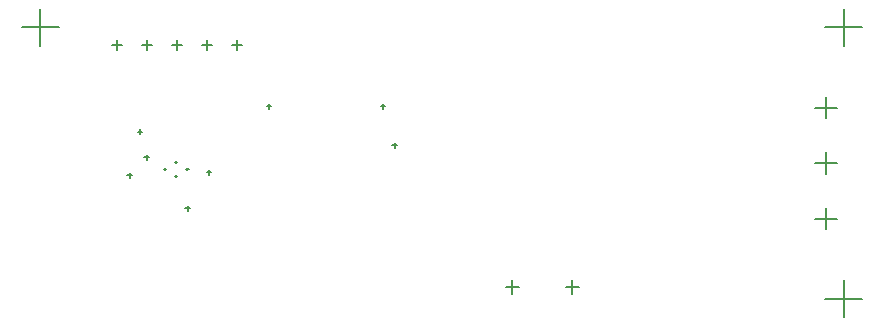
<source format=gbr>
%TF.GenerationSoftware,Altium Limited,Altium Designer,24.0.1 (36)*%
G04 Layer_Color=128*
%FSLAX45Y45*%
%MOMM*%
%TF.SameCoordinates,B6A77970-8F51-4162-B198-D5255F9352F6*%
%TF.FilePolarity,Positive*%
%TF.FileFunction,Drillmap*%
%TF.Part,Single*%
G01*
G75*
%TA.AperFunction,NonConductor*%
%ADD38C,0.12700*%
D38*
X6907500Y1970000D02*
X7092500D01*
X7000000Y1877500D02*
Y2062500D01*
X6907500Y1500000D02*
X7092500D01*
X7000000Y1407500D02*
Y1592500D01*
X6907500Y1030000D02*
X7092500D01*
X7000000Y937500D02*
Y1122500D01*
X1395000Y1450000D02*
X1415000D01*
X1405000Y1440000D02*
Y1460000D01*
X1490000Y1507500D02*
X1510000D01*
X1500000Y1497500D02*
Y1517500D01*
X1490000Y1392500D02*
X1510000D01*
X1500000Y1382500D02*
Y1402500D01*
X1585000Y1450000D02*
X1605000D01*
X1595000Y1440000D02*
Y1460000D01*
X4288500Y450000D02*
X4403500D01*
X4346000Y392500D02*
Y507500D01*
X4796500Y450000D02*
X4911500D01*
X4854000Y392500D02*
Y507500D01*
X192500Y2650000D02*
X507500D01*
X350000Y2492500D02*
Y2807500D01*
X6992500Y350000D02*
X7307500D01*
X7150000Y192500D02*
Y507500D01*
X6992500Y2650000D02*
X7307500D01*
X7150000Y2492500D02*
Y2807500D01*
X957500Y2500000D02*
X1042500D01*
X1000000Y2457500D02*
Y2542500D01*
X1973500Y2500000D02*
X2058500D01*
X2016000Y2457500D02*
Y2542500D01*
X1719500Y2500000D02*
X1804500D01*
X1762000Y2457500D02*
Y2542500D01*
X1465500Y2500000D02*
X1550500D01*
X1508000Y2457500D02*
Y2542500D01*
X1211500Y2500000D02*
X1296500D01*
X1254000Y2457500D02*
Y2542500D01*
X1173800Y1765300D02*
X1213800D01*
X1193800Y1745300D02*
Y1785300D01*
X1084900Y1397000D02*
X1124900D01*
X1104900Y1377000D02*
Y1417000D01*
X1758000Y1422400D02*
X1798000D01*
X1778000Y1402400D02*
Y1442400D01*
X1576058Y1116100D02*
X1616057D01*
X1596058Y1096100D02*
Y1136100D01*
X3231200Y1981200D02*
X3271200D01*
X3251200Y1961200D02*
Y2001200D01*
X2266000Y1981200D02*
X2306000D01*
X2286000Y1961200D02*
Y2001200D01*
X3330000Y1650000D02*
X3370000D01*
X3350000Y1630000D02*
Y1670000D01*
X1230000Y1550000D02*
X1270000D01*
X1250000Y1530000D02*
Y1570000D01*
%TF.MD5,daa0a4fc5f2f32ea2e5b9b4d270f5102*%
M02*

</source>
